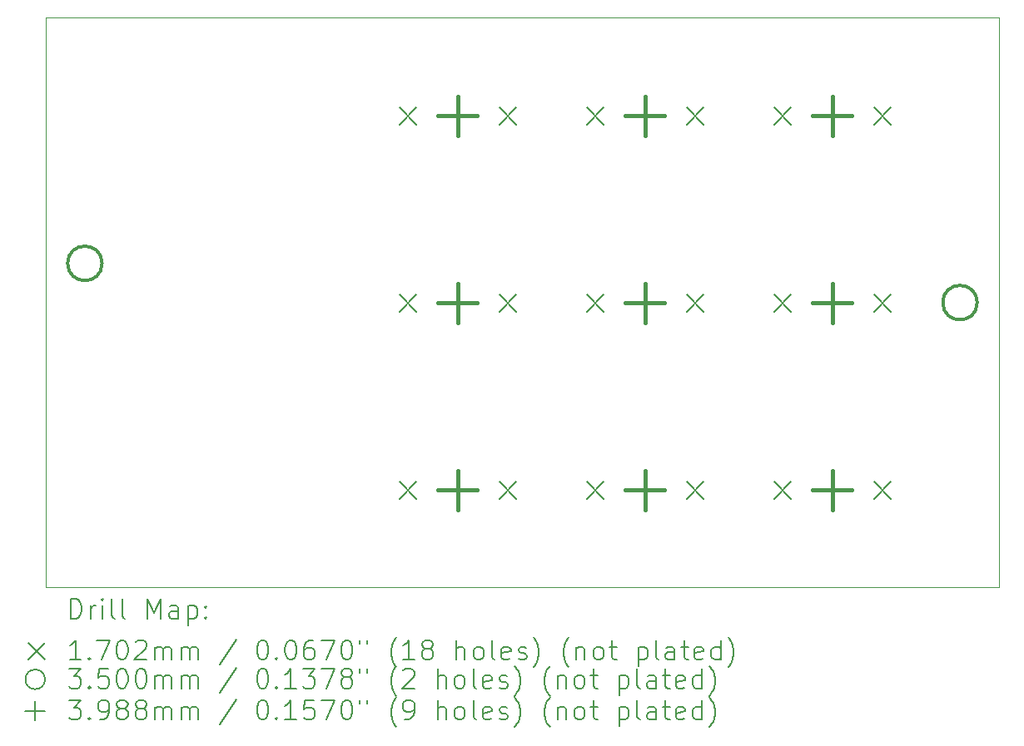
<source format=gbr>
%TF.GenerationSoftware,KiCad,Pcbnew,8.0.5+1*%
%TF.CreationDate,2024-10-20T23:15:56-06:00*%
%TF.ProjectId,Hackpad,4861636b-7061-4642-9e6b-696361645f70,rev?*%
%TF.SameCoordinates,Original*%
%TF.FileFunction,Drillmap*%
%TF.FilePolarity,Positive*%
%FSLAX45Y45*%
G04 Gerber Fmt 4.5, Leading zero omitted, Abs format (unit mm)*
G04 Created by KiCad (PCBNEW 8.0.5+1) date 2024-10-20 23:15:56*
%MOMM*%
%LPD*%
G01*
G04 APERTURE LIST*
%ADD10C,0.100000*%
%ADD11C,0.200000*%
%ADD12C,0.170180*%
%ADD13C,0.350000*%
%ADD14C,0.398780*%
G04 APERTURE END LIST*
D10*
X1600000Y-1500000D02*
X11300000Y-1500000D01*
X11300000Y-7300000D01*
X1600000Y-7300000D01*
X1600000Y-1500000D01*
D11*
D12*
X5196910Y-2414910D02*
X5367090Y-2585090D01*
X5367090Y-2414910D02*
X5196910Y-2585090D01*
X5196910Y-4319910D02*
X5367090Y-4490090D01*
X5367090Y-4319910D02*
X5196910Y-4490090D01*
X5196910Y-6224910D02*
X5367090Y-6395090D01*
X5367090Y-6224910D02*
X5196910Y-6395090D01*
X6212910Y-2414910D02*
X6383090Y-2585090D01*
X6383090Y-2414910D02*
X6212910Y-2585090D01*
X6212910Y-4319910D02*
X6383090Y-4490090D01*
X6383090Y-4319910D02*
X6212910Y-4490090D01*
X6212910Y-6224910D02*
X6383090Y-6395090D01*
X6383090Y-6224910D02*
X6212910Y-6395090D01*
X7101910Y-2414910D02*
X7272090Y-2585090D01*
X7272090Y-2414910D02*
X7101910Y-2585090D01*
X7101910Y-4319910D02*
X7272090Y-4490090D01*
X7272090Y-4319910D02*
X7101910Y-4490090D01*
X7101910Y-6224910D02*
X7272090Y-6395090D01*
X7272090Y-6224910D02*
X7101910Y-6395090D01*
X8117910Y-2414910D02*
X8288090Y-2585090D01*
X8288090Y-2414910D02*
X8117910Y-2585090D01*
X8117910Y-4319910D02*
X8288090Y-4490090D01*
X8288090Y-4319910D02*
X8117910Y-4490090D01*
X8117910Y-6224910D02*
X8288090Y-6395090D01*
X8288090Y-6224910D02*
X8117910Y-6395090D01*
X9006910Y-2414910D02*
X9177090Y-2585090D01*
X9177090Y-2414910D02*
X9006910Y-2585090D01*
X9006910Y-4319910D02*
X9177090Y-4490090D01*
X9177090Y-4319910D02*
X9006910Y-4490090D01*
X9006910Y-6224910D02*
X9177090Y-6395090D01*
X9177090Y-6224910D02*
X9006910Y-6395090D01*
X10022910Y-2414910D02*
X10193090Y-2585090D01*
X10193090Y-2414910D02*
X10022910Y-2585090D01*
X10022910Y-4319910D02*
X10193090Y-4490090D01*
X10193090Y-4319910D02*
X10022910Y-4490090D01*
X10022910Y-6224910D02*
X10193090Y-6395090D01*
X10193090Y-6224910D02*
X10022910Y-6395090D01*
D13*
X2175000Y-4000000D02*
G75*
G02*
X1825000Y-4000000I-175000J0D01*
G01*
X1825000Y-4000000D02*
G75*
G02*
X2175000Y-4000000I175000J0D01*
G01*
X11075000Y-4400000D02*
G75*
G02*
X10725000Y-4400000I-175000J0D01*
G01*
X10725000Y-4400000D02*
G75*
G02*
X11075000Y-4400000I175000J0D01*
G01*
D14*
X5790000Y-2300610D02*
X5790000Y-2699390D01*
X5590610Y-2500000D02*
X5989390Y-2500000D01*
X5790000Y-4205610D02*
X5790000Y-4604390D01*
X5590610Y-4405000D02*
X5989390Y-4405000D01*
X5790000Y-6110610D02*
X5790000Y-6509390D01*
X5590610Y-6310000D02*
X5989390Y-6310000D01*
X7695000Y-2300610D02*
X7695000Y-2699390D01*
X7495610Y-2500000D02*
X7894390Y-2500000D01*
X7695000Y-4205610D02*
X7695000Y-4604390D01*
X7495610Y-4405000D02*
X7894390Y-4405000D01*
X7695000Y-6110610D02*
X7695000Y-6509390D01*
X7495610Y-6310000D02*
X7894390Y-6310000D01*
X9600000Y-2300610D02*
X9600000Y-2699390D01*
X9400610Y-2500000D02*
X9799390Y-2500000D01*
X9600000Y-4205610D02*
X9600000Y-4604390D01*
X9400610Y-4405000D02*
X9799390Y-4405000D01*
X9600000Y-6110610D02*
X9600000Y-6509390D01*
X9400610Y-6310000D02*
X9799390Y-6310000D01*
D11*
X1855777Y-7616484D02*
X1855777Y-7416484D01*
X1855777Y-7416484D02*
X1903396Y-7416484D01*
X1903396Y-7416484D02*
X1931967Y-7426008D01*
X1931967Y-7426008D02*
X1951015Y-7445055D01*
X1951015Y-7445055D02*
X1960539Y-7464103D01*
X1960539Y-7464103D02*
X1970062Y-7502198D01*
X1970062Y-7502198D02*
X1970062Y-7530769D01*
X1970062Y-7530769D02*
X1960539Y-7568865D01*
X1960539Y-7568865D02*
X1951015Y-7587912D01*
X1951015Y-7587912D02*
X1931967Y-7606960D01*
X1931967Y-7606960D02*
X1903396Y-7616484D01*
X1903396Y-7616484D02*
X1855777Y-7616484D01*
X2055777Y-7616484D02*
X2055777Y-7483150D01*
X2055777Y-7521246D02*
X2065301Y-7502198D01*
X2065301Y-7502198D02*
X2074824Y-7492674D01*
X2074824Y-7492674D02*
X2093872Y-7483150D01*
X2093872Y-7483150D02*
X2112920Y-7483150D01*
X2179586Y-7616484D02*
X2179586Y-7483150D01*
X2179586Y-7416484D02*
X2170063Y-7426008D01*
X2170063Y-7426008D02*
X2179586Y-7435531D01*
X2179586Y-7435531D02*
X2189110Y-7426008D01*
X2189110Y-7426008D02*
X2179586Y-7416484D01*
X2179586Y-7416484D02*
X2179586Y-7435531D01*
X2303396Y-7616484D02*
X2284348Y-7606960D01*
X2284348Y-7606960D02*
X2274824Y-7587912D01*
X2274824Y-7587912D02*
X2274824Y-7416484D01*
X2408158Y-7616484D02*
X2389110Y-7606960D01*
X2389110Y-7606960D02*
X2379586Y-7587912D01*
X2379586Y-7587912D02*
X2379586Y-7416484D01*
X2636729Y-7616484D02*
X2636729Y-7416484D01*
X2636729Y-7416484D02*
X2703396Y-7559341D01*
X2703396Y-7559341D02*
X2770063Y-7416484D01*
X2770063Y-7416484D02*
X2770063Y-7616484D01*
X2951015Y-7616484D02*
X2951015Y-7511722D01*
X2951015Y-7511722D02*
X2941491Y-7492674D01*
X2941491Y-7492674D02*
X2922443Y-7483150D01*
X2922443Y-7483150D02*
X2884348Y-7483150D01*
X2884348Y-7483150D02*
X2865301Y-7492674D01*
X2951015Y-7606960D02*
X2931967Y-7616484D01*
X2931967Y-7616484D02*
X2884348Y-7616484D01*
X2884348Y-7616484D02*
X2865301Y-7606960D01*
X2865301Y-7606960D02*
X2855777Y-7587912D01*
X2855777Y-7587912D02*
X2855777Y-7568865D01*
X2855777Y-7568865D02*
X2865301Y-7549817D01*
X2865301Y-7549817D02*
X2884348Y-7540293D01*
X2884348Y-7540293D02*
X2931967Y-7540293D01*
X2931967Y-7540293D02*
X2951015Y-7530769D01*
X3046253Y-7483150D02*
X3046253Y-7683150D01*
X3046253Y-7492674D02*
X3065301Y-7483150D01*
X3065301Y-7483150D02*
X3103396Y-7483150D01*
X3103396Y-7483150D02*
X3122443Y-7492674D01*
X3122443Y-7492674D02*
X3131967Y-7502198D01*
X3131967Y-7502198D02*
X3141491Y-7521246D01*
X3141491Y-7521246D02*
X3141491Y-7578388D01*
X3141491Y-7578388D02*
X3131967Y-7597436D01*
X3131967Y-7597436D02*
X3122443Y-7606960D01*
X3122443Y-7606960D02*
X3103396Y-7616484D01*
X3103396Y-7616484D02*
X3065301Y-7616484D01*
X3065301Y-7616484D02*
X3046253Y-7606960D01*
X3227205Y-7597436D02*
X3236729Y-7606960D01*
X3236729Y-7606960D02*
X3227205Y-7616484D01*
X3227205Y-7616484D02*
X3217682Y-7606960D01*
X3217682Y-7606960D02*
X3227205Y-7597436D01*
X3227205Y-7597436D02*
X3227205Y-7616484D01*
X3227205Y-7492674D02*
X3236729Y-7502198D01*
X3236729Y-7502198D02*
X3227205Y-7511722D01*
X3227205Y-7511722D02*
X3217682Y-7502198D01*
X3217682Y-7502198D02*
X3227205Y-7492674D01*
X3227205Y-7492674D02*
X3227205Y-7511722D01*
D12*
X1424820Y-7859910D02*
X1595000Y-8030090D01*
X1595000Y-7859910D02*
X1424820Y-8030090D01*
D11*
X1960539Y-8036484D02*
X1846253Y-8036484D01*
X1903396Y-8036484D02*
X1903396Y-7836484D01*
X1903396Y-7836484D02*
X1884348Y-7865055D01*
X1884348Y-7865055D02*
X1865301Y-7884103D01*
X1865301Y-7884103D02*
X1846253Y-7893627D01*
X2046253Y-8017436D02*
X2055777Y-8026960D01*
X2055777Y-8026960D02*
X2046253Y-8036484D01*
X2046253Y-8036484D02*
X2036729Y-8026960D01*
X2036729Y-8026960D02*
X2046253Y-8017436D01*
X2046253Y-8017436D02*
X2046253Y-8036484D01*
X2122444Y-7836484D02*
X2255777Y-7836484D01*
X2255777Y-7836484D02*
X2170063Y-8036484D01*
X2370063Y-7836484D02*
X2389110Y-7836484D01*
X2389110Y-7836484D02*
X2408158Y-7846008D01*
X2408158Y-7846008D02*
X2417682Y-7855531D01*
X2417682Y-7855531D02*
X2427205Y-7874579D01*
X2427205Y-7874579D02*
X2436729Y-7912674D01*
X2436729Y-7912674D02*
X2436729Y-7960293D01*
X2436729Y-7960293D02*
X2427205Y-7998388D01*
X2427205Y-7998388D02*
X2417682Y-8017436D01*
X2417682Y-8017436D02*
X2408158Y-8026960D01*
X2408158Y-8026960D02*
X2389110Y-8036484D01*
X2389110Y-8036484D02*
X2370063Y-8036484D01*
X2370063Y-8036484D02*
X2351015Y-8026960D01*
X2351015Y-8026960D02*
X2341491Y-8017436D01*
X2341491Y-8017436D02*
X2331967Y-7998388D01*
X2331967Y-7998388D02*
X2322444Y-7960293D01*
X2322444Y-7960293D02*
X2322444Y-7912674D01*
X2322444Y-7912674D02*
X2331967Y-7874579D01*
X2331967Y-7874579D02*
X2341491Y-7855531D01*
X2341491Y-7855531D02*
X2351015Y-7846008D01*
X2351015Y-7846008D02*
X2370063Y-7836484D01*
X2512920Y-7855531D02*
X2522444Y-7846008D01*
X2522444Y-7846008D02*
X2541491Y-7836484D01*
X2541491Y-7836484D02*
X2589110Y-7836484D01*
X2589110Y-7836484D02*
X2608158Y-7846008D01*
X2608158Y-7846008D02*
X2617682Y-7855531D01*
X2617682Y-7855531D02*
X2627205Y-7874579D01*
X2627205Y-7874579D02*
X2627205Y-7893627D01*
X2627205Y-7893627D02*
X2617682Y-7922198D01*
X2617682Y-7922198D02*
X2503396Y-8036484D01*
X2503396Y-8036484D02*
X2627205Y-8036484D01*
X2712920Y-8036484D02*
X2712920Y-7903150D01*
X2712920Y-7922198D02*
X2722444Y-7912674D01*
X2722444Y-7912674D02*
X2741491Y-7903150D01*
X2741491Y-7903150D02*
X2770063Y-7903150D01*
X2770063Y-7903150D02*
X2789110Y-7912674D01*
X2789110Y-7912674D02*
X2798634Y-7931722D01*
X2798634Y-7931722D02*
X2798634Y-8036484D01*
X2798634Y-7931722D02*
X2808158Y-7912674D01*
X2808158Y-7912674D02*
X2827205Y-7903150D01*
X2827205Y-7903150D02*
X2855777Y-7903150D01*
X2855777Y-7903150D02*
X2874824Y-7912674D01*
X2874824Y-7912674D02*
X2884348Y-7931722D01*
X2884348Y-7931722D02*
X2884348Y-8036484D01*
X2979586Y-8036484D02*
X2979586Y-7903150D01*
X2979586Y-7922198D02*
X2989110Y-7912674D01*
X2989110Y-7912674D02*
X3008158Y-7903150D01*
X3008158Y-7903150D02*
X3036729Y-7903150D01*
X3036729Y-7903150D02*
X3055777Y-7912674D01*
X3055777Y-7912674D02*
X3065301Y-7931722D01*
X3065301Y-7931722D02*
X3065301Y-8036484D01*
X3065301Y-7931722D02*
X3074824Y-7912674D01*
X3074824Y-7912674D02*
X3093872Y-7903150D01*
X3093872Y-7903150D02*
X3122443Y-7903150D01*
X3122443Y-7903150D02*
X3141491Y-7912674D01*
X3141491Y-7912674D02*
X3151015Y-7931722D01*
X3151015Y-7931722D02*
X3151015Y-8036484D01*
X3541491Y-7826960D02*
X3370063Y-8084103D01*
X3798634Y-7836484D02*
X3817682Y-7836484D01*
X3817682Y-7836484D02*
X3836729Y-7846008D01*
X3836729Y-7846008D02*
X3846253Y-7855531D01*
X3846253Y-7855531D02*
X3855777Y-7874579D01*
X3855777Y-7874579D02*
X3865301Y-7912674D01*
X3865301Y-7912674D02*
X3865301Y-7960293D01*
X3865301Y-7960293D02*
X3855777Y-7998388D01*
X3855777Y-7998388D02*
X3846253Y-8017436D01*
X3846253Y-8017436D02*
X3836729Y-8026960D01*
X3836729Y-8026960D02*
X3817682Y-8036484D01*
X3817682Y-8036484D02*
X3798634Y-8036484D01*
X3798634Y-8036484D02*
X3779586Y-8026960D01*
X3779586Y-8026960D02*
X3770063Y-8017436D01*
X3770063Y-8017436D02*
X3760539Y-7998388D01*
X3760539Y-7998388D02*
X3751015Y-7960293D01*
X3751015Y-7960293D02*
X3751015Y-7912674D01*
X3751015Y-7912674D02*
X3760539Y-7874579D01*
X3760539Y-7874579D02*
X3770063Y-7855531D01*
X3770063Y-7855531D02*
X3779586Y-7846008D01*
X3779586Y-7846008D02*
X3798634Y-7836484D01*
X3951015Y-8017436D02*
X3960539Y-8026960D01*
X3960539Y-8026960D02*
X3951015Y-8036484D01*
X3951015Y-8036484D02*
X3941491Y-8026960D01*
X3941491Y-8026960D02*
X3951015Y-8017436D01*
X3951015Y-8017436D02*
X3951015Y-8036484D01*
X4084348Y-7836484D02*
X4103396Y-7836484D01*
X4103396Y-7836484D02*
X4122444Y-7846008D01*
X4122444Y-7846008D02*
X4131967Y-7855531D01*
X4131967Y-7855531D02*
X4141491Y-7874579D01*
X4141491Y-7874579D02*
X4151015Y-7912674D01*
X4151015Y-7912674D02*
X4151015Y-7960293D01*
X4151015Y-7960293D02*
X4141491Y-7998388D01*
X4141491Y-7998388D02*
X4131967Y-8017436D01*
X4131967Y-8017436D02*
X4122444Y-8026960D01*
X4122444Y-8026960D02*
X4103396Y-8036484D01*
X4103396Y-8036484D02*
X4084348Y-8036484D01*
X4084348Y-8036484D02*
X4065301Y-8026960D01*
X4065301Y-8026960D02*
X4055777Y-8017436D01*
X4055777Y-8017436D02*
X4046253Y-7998388D01*
X4046253Y-7998388D02*
X4036729Y-7960293D01*
X4036729Y-7960293D02*
X4036729Y-7912674D01*
X4036729Y-7912674D02*
X4046253Y-7874579D01*
X4046253Y-7874579D02*
X4055777Y-7855531D01*
X4055777Y-7855531D02*
X4065301Y-7846008D01*
X4065301Y-7846008D02*
X4084348Y-7836484D01*
X4322444Y-7836484D02*
X4284348Y-7836484D01*
X4284348Y-7836484D02*
X4265301Y-7846008D01*
X4265301Y-7846008D02*
X4255777Y-7855531D01*
X4255777Y-7855531D02*
X4236729Y-7884103D01*
X4236729Y-7884103D02*
X4227206Y-7922198D01*
X4227206Y-7922198D02*
X4227206Y-7998388D01*
X4227206Y-7998388D02*
X4236729Y-8017436D01*
X4236729Y-8017436D02*
X4246253Y-8026960D01*
X4246253Y-8026960D02*
X4265301Y-8036484D01*
X4265301Y-8036484D02*
X4303396Y-8036484D01*
X4303396Y-8036484D02*
X4322444Y-8026960D01*
X4322444Y-8026960D02*
X4331968Y-8017436D01*
X4331968Y-8017436D02*
X4341491Y-7998388D01*
X4341491Y-7998388D02*
X4341491Y-7950769D01*
X4341491Y-7950769D02*
X4331968Y-7931722D01*
X4331968Y-7931722D02*
X4322444Y-7922198D01*
X4322444Y-7922198D02*
X4303396Y-7912674D01*
X4303396Y-7912674D02*
X4265301Y-7912674D01*
X4265301Y-7912674D02*
X4246253Y-7922198D01*
X4246253Y-7922198D02*
X4236729Y-7931722D01*
X4236729Y-7931722D02*
X4227206Y-7950769D01*
X4408158Y-7836484D02*
X4541491Y-7836484D01*
X4541491Y-7836484D02*
X4455777Y-8036484D01*
X4655777Y-7836484D02*
X4674825Y-7836484D01*
X4674825Y-7836484D02*
X4693872Y-7846008D01*
X4693872Y-7846008D02*
X4703396Y-7855531D01*
X4703396Y-7855531D02*
X4712920Y-7874579D01*
X4712920Y-7874579D02*
X4722444Y-7912674D01*
X4722444Y-7912674D02*
X4722444Y-7960293D01*
X4722444Y-7960293D02*
X4712920Y-7998388D01*
X4712920Y-7998388D02*
X4703396Y-8017436D01*
X4703396Y-8017436D02*
X4693872Y-8026960D01*
X4693872Y-8026960D02*
X4674825Y-8036484D01*
X4674825Y-8036484D02*
X4655777Y-8036484D01*
X4655777Y-8036484D02*
X4636729Y-8026960D01*
X4636729Y-8026960D02*
X4627206Y-8017436D01*
X4627206Y-8017436D02*
X4617682Y-7998388D01*
X4617682Y-7998388D02*
X4608158Y-7960293D01*
X4608158Y-7960293D02*
X4608158Y-7912674D01*
X4608158Y-7912674D02*
X4617682Y-7874579D01*
X4617682Y-7874579D02*
X4627206Y-7855531D01*
X4627206Y-7855531D02*
X4636729Y-7846008D01*
X4636729Y-7846008D02*
X4655777Y-7836484D01*
X4798634Y-7836484D02*
X4798634Y-7874579D01*
X4874825Y-7836484D02*
X4874825Y-7874579D01*
X5170063Y-8112674D02*
X5160539Y-8103150D01*
X5160539Y-8103150D02*
X5141491Y-8074579D01*
X5141491Y-8074579D02*
X5131968Y-8055531D01*
X5131968Y-8055531D02*
X5122444Y-8026960D01*
X5122444Y-8026960D02*
X5112920Y-7979341D01*
X5112920Y-7979341D02*
X5112920Y-7941246D01*
X5112920Y-7941246D02*
X5122444Y-7893627D01*
X5122444Y-7893627D02*
X5131968Y-7865055D01*
X5131968Y-7865055D02*
X5141491Y-7846008D01*
X5141491Y-7846008D02*
X5160539Y-7817436D01*
X5160539Y-7817436D02*
X5170063Y-7807912D01*
X5351015Y-8036484D02*
X5236730Y-8036484D01*
X5293872Y-8036484D02*
X5293872Y-7836484D01*
X5293872Y-7836484D02*
X5274825Y-7865055D01*
X5274825Y-7865055D02*
X5255777Y-7884103D01*
X5255777Y-7884103D02*
X5236730Y-7893627D01*
X5465301Y-7922198D02*
X5446253Y-7912674D01*
X5446253Y-7912674D02*
X5436730Y-7903150D01*
X5436730Y-7903150D02*
X5427206Y-7884103D01*
X5427206Y-7884103D02*
X5427206Y-7874579D01*
X5427206Y-7874579D02*
X5436730Y-7855531D01*
X5436730Y-7855531D02*
X5446253Y-7846008D01*
X5446253Y-7846008D02*
X5465301Y-7836484D01*
X5465301Y-7836484D02*
X5503396Y-7836484D01*
X5503396Y-7836484D02*
X5522444Y-7846008D01*
X5522444Y-7846008D02*
X5531968Y-7855531D01*
X5531968Y-7855531D02*
X5541491Y-7874579D01*
X5541491Y-7874579D02*
X5541491Y-7884103D01*
X5541491Y-7884103D02*
X5531968Y-7903150D01*
X5531968Y-7903150D02*
X5522444Y-7912674D01*
X5522444Y-7912674D02*
X5503396Y-7922198D01*
X5503396Y-7922198D02*
X5465301Y-7922198D01*
X5465301Y-7922198D02*
X5446253Y-7931722D01*
X5446253Y-7931722D02*
X5436730Y-7941246D01*
X5436730Y-7941246D02*
X5427206Y-7960293D01*
X5427206Y-7960293D02*
X5427206Y-7998388D01*
X5427206Y-7998388D02*
X5436730Y-8017436D01*
X5436730Y-8017436D02*
X5446253Y-8026960D01*
X5446253Y-8026960D02*
X5465301Y-8036484D01*
X5465301Y-8036484D02*
X5503396Y-8036484D01*
X5503396Y-8036484D02*
X5522444Y-8026960D01*
X5522444Y-8026960D02*
X5531968Y-8017436D01*
X5531968Y-8017436D02*
X5541491Y-7998388D01*
X5541491Y-7998388D02*
X5541491Y-7960293D01*
X5541491Y-7960293D02*
X5531968Y-7941246D01*
X5531968Y-7941246D02*
X5522444Y-7931722D01*
X5522444Y-7931722D02*
X5503396Y-7922198D01*
X5779587Y-8036484D02*
X5779587Y-7836484D01*
X5865301Y-8036484D02*
X5865301Y-7931722D01*
X5865301Y-7931722D02*
X5855777Y-7912674D01*
X5855777Y-7912674D02*
X5836730Y-7903150D01*
X5836730Y-7903150D02*
X5808158Y-7903150D01*
X5808158Y-7903150D02*
X5789110Y-7912674D01*
X5789110Y-7912674D02*
X5779587Y-7922198D01*
X5989110Y-8036484D02*
X5970063Y-8026960D01*
X5970063Y-8026960D02*
X5960539Y-8017436D01*
X5960539Y-8017436D02*
X5951015Y-7998388D01*
X5951015Y-7998388D02*
X5951015Y-7941246D01*
X5951015Y-7941246D02*
X5960539Y-7922198D01*
X5960539Y-7922198D02*
X5970063Y-7912674D01*
X5970063Y-7912674D02*
X5989110Y-7903150D01*
X5989110Y-7903150D02*
X6017682Y-7903150D01*
X6017682Y-7903150D02*
X6036730Y-7912674D01*
X6036730Y-7912674D02*
X6046253Y-7922198D01*
X6046253Y-7922198D02*
X6055777Y-7941246D01*
X6055777Y-7941246D02*
X6055777Y-7998388D01*
X6055777Y-7998388D02*
X6046253Y-8017436D01*
X6046253Y-8017436D02*
X6036730Y-8026960D01*
X6036730Y-8026960D02*
X6017682Y-8036484D01*
X6017682Y-8036484D02*
X5989110Y-8036484D01*
X6170063Y-8036484D02*
X6151015Y-8026960D01*
X6151015Y-8026960D02*
X6141491Y-8007912D01*
X6141491Y-8007912D02*
X6141491Y-7836484D01*
X6322444Y-8026960D02*
X6303396Y-8036484D01*
X6303396Y-8036484D02*
X6265301Y-8036484D01*
X6265301Y-8036484D02*
X6246253Y-8026960D01*
X6246253Y-8026960D02*
X6236730Y-8007912D01*
X6236730Y-8007912D02*
X6236730Y-7931722D01*
X6236730Y-7931722D02*
X6246253Y-7912674D01*
X6246253Y-7912674D02*
X6265301Y-7903150D01*
X6265301Y-7903150D02*
X6303396Y-7903150D01*
X6303396Y-7903150D02*
X6322444Y-7912674D01*
X6322444Y-7912674D02*
X6331968Y-7931722D01*
X6331968Y-7931722D02*
X6331968Y-7950769D01*
X6331968Y-7950769D02*
X6236730Y-7969817D01*
X6408158Y-8026960D02*
X6427206Y-8036484D01*
X6427206Y-8036484D02*
X6465301Y-8036484D01*
X6465301Y-8036484D02*
X6484349Y-8026960D01*
X6484349Y-8026960D02*
X6493872Y-8007912D01*
X6493872Y-8007912D02*
X6493872Y-7998388D01*
X6493872Y-7998388D02*
X6484349Y-7979341D01*
X6484349Y-7979341D02*
X6465301Y-7969817D01*
X6465301Y-7969817D02*
X6436730Y-7969817D01*
X6436730Y-7969817D02*
X6417682Y-7960293D01*
X6417682Y-7960293D02*
X6408158Y-7941246D01*
X6408158Y-7941246D02*
X6408158Y-7931722D01*
X6408158Y-7931722D02*
X6417682Y-7912674D01*
X6417682Y-7912674D02*
X6436730Y-7903150D01*
X6436730Y-7903150D02*
X6465301Y-7903150D01*
X6465301Y-7903150D02*
X6484349Y-7912674D01*
X6560539Y-8112674D02*
X6570063Y-8103150D01*
X6570063Y-8103150D02*
X6589111Y-8074579D01*
X6589111Y-8074579D02*
X6598634Y-8055531D01*
X6598634Y-8055531D02*
X6608158Y-8026960D01*
X6608158Y-8026960D02*
X6617682Y-7979341D01*
X6617682Y-7979341D02*
X6617682Y-7941246D01*
X6617682Y-7941246D02*
X6608158Y-7893627D01*
X6608158Y-7893627D02*
X6598634Y-7865055D01*
X6598634Y-7865055D02*
X6589111Y-7846008D01*
X6589111Y-7846008D02*
X6570063Y-7817436D01*
X6570063Y-7817436D02*
X6560539Y-7807912D01*
X6922444Y-8112674D02*
X6912920Y-8103150D01*
X6912920Y-8103150D02*
X6893872Y-8074579D01*
X6893872Y-8074579D02*
X6884349Y-8055531D01*
X6884349Y-8055531D02*
X6874825Y-8026960D01*
X6874825Y-8026960D02*
X6865301Y-7979341D01*
X6865301Y-7979341D02*
X6865301Y-7941246D01*
X6865301Y-7941246D02*
X6874825Y-7893627D01*
X6874825Y-7893627D02*
X6884349Y-7865055D01*
X6884349Y-7865055D02*
X6893872Y-7846008D01*
X6893872Y-7846008D02*
X6912920Y-7817436D01*
X6912920Y-7817436D02*
X6922444Y-7807912D01*
X6998634Y-7903150D02*
X6998634Y-8036484D01*
X6998634Y-7922198D02*
X7008158Y-7912674D01*
X7008158Y-7912674D02*
X7027206Y-7903150D01*
X7027206Y-7903150D02*
X7055777Y-7903150D01*
X7055777Y-7903150D02*
X7074825Y-7912674D01*
X7074825Y-7912674D02*
X7084349Y-7931722D01*
X7084349Y-7931722D02*
X7084349Y-8036484D01*
X7208158Y-8036484D02*
X7189111Y-8026960D01*
X7189111Y-8026960D02*
X7179587Y-8017436D01*
X7179587Y-8017436D02*
X7170063Y-7998388D01*
X7170063Y-7998388D02*
X7170063Y-7941246D01*
X7170063Y-7941246D02*
X7179587Y-7922198D01*
X7179587Y-7922198D02*
X7189111Y-7912674D01*
X7189111Y-7912674D02*
X7208158Y-7903150D01*
X7208158Y-7903150D02*
X7236730Y-7903150D01*
X7236730Y-7903150D02*
X7255777Y-7912674D01*
X7255777Y-7912674D02*
X7265301Y-7922198D01*
X7265301Y-7922198D02*
X7274825Y-7941246D01*
X7274825Y-7941246D02*
X7274825Y-7998388D01*
X7274825Y-7998388D02*
X7265301Y-8017436D01*
X7265301Y-8017436D02*
X7255777Y-8026960D01*
X7255777Y-8026960D02*
X7236730Y-8036484D01*
X7236730Y-8036484D02*
X7208158Y-8036484D01*
X7331968Y-7903150D02*
X7408158Y-7903150D01*
X7360539Y-7836484D02*
X7360539Y-8007912D01*
X7360539Y-8007912D02*
X7370063Y-8026960D01*
X7370063Y-8026960D02*
X7389111Y-8036484D01*
X7389111Y-8036484D02*
X7408158Y-8036484D01*
X7627206Y-7903150D02*
X7627206Y-8103150D01*
X7627206Y-7912674D02*
X7646253Y-7903150D01*
X7646253Y-7903150D02*
X7684349Y-7903150D01*
X7684349Y-7903150D02*
X7703396Y-7912674D01*
X7703396Y-7912674D02*
X7712920Y-7922198D01*
X7712920Y-7922198D02*
X7722444Y-7941246D01*
X7722444Y-7941246D02*
X7722444Y-7998388D01*
X7722444Y-7998388D02*
X7712920Y-8017436D01*
X7712920Y-8017436D02*
X7703396Y-8026960D01*
X7703396Y-8026960D02*
X7684349Y-8036484D01*
X7684349Y-8036484D02*
X7646253Y-8036484D01*
X7646253Y-8036484D02*
X7627206Y-8026960D01*
X7836730Y-8036484D02*
X7817682Y-8026960D01*
X7817682Y-8026960D02*
X7808158Y-8007912D01*
X7808158Y-8007912D02*
X7808158Y-7836484D01*
X7998634Y-8036484D02*
X7998634Y-7931722D01*
X7998634Y-7931722D02*
X7989111Y-7912674D01*
X7989111Y-7912674D02*
X7970063Y-7903150D01*
X7970063Y-7903150D02*
X7931968Y-7903150D01*
X7931968Y-7903150D02*
X7912920Y-7912674D01*
X7998634Y-8026960D02*
X7979587Y-8036484D01*
X7979587Y-8036484D02*
X7931968Y-8036484D01*
X7931968Y-8036484D02*
X7912920Y-8026960D01*
X7912920Y-8026960D02*
X7903396Y-8007912D01*
X7903396Y-8007912D02*
X7903396Y-7988865D01*
X7903396Y-7988865D02*
X7912920Y-7969817D01*
X7912920Y-7969817D02*
X7931968Y-7960293D01*
X7931968Y-7960293D02*
X7979587Y-7960293D01*
X7979587Y-7960293D02*
X7998634Y-7950769D01*
X8065301Y-7903150D02*
X8141492Y-7903150D01*
X8093873Y-7836484D02*
X8093873Y-8007912D01*
X8093873Y-8007912D02*
X8103396Y-8026960D01*
X8103396Y-8026960D02*
X8122444Y-8036484D01*
X8122444Y-8036484D02*
X8141492Y-8036484D01*
X8284349Y-8026960D02*
X8265301Y-8036484D01*
X8265301Y-8036484D02*
X8227206Y-8036484D01*
X8227206Y-8036484D02*
X8208158Y-8026960D01*
X8208158Y-8026960D02*
X8198634Y-8007912D01*
X8198634Y-8007912D02*
X8198634Y-7931722D01*
X8198634Y-7931722D02*
X8208158Y-7912674D01*
X8208158Y-7912674D02*
X8227206Y-7903150D01*
X8227206Y-7903150D02*
X8265301Y-7903150D01*
X8265301Y-7903150D02*
X8284349Y-7912674D01*
X8284349Y-7912674D02*
X8293873Y-7931722D01*
X8293873Y-7931722D02*
X8293873Y-7950769D01*
X8293873Y-7950769D02*
X8198634Y-7969817D01*
X8465301Y-8036484D02*
X8465301Y-7836484D01*
X8465301Y-8026960D02*
X8446254Y-8036484D01*
X8446254Y-8036484D02*
X8408158Y-8036484D01*
X8408158Y-8036484D02*
X8389111Y-8026960D01*
X8389111Y-8026960D02*
X8379587Y-8017436D01*
X8379587Y-8017436D02*
X8370063Y-7998388D01*
X8370063Y-7998388D02*
X8370063Y-7941246D01*
X8370063Y-7941246D02*
X8379587Y-7922198D01*
X8379587Y-7922198D02*
X8389111Y-7912674D01*
X8389111Y-7912674D02*
X8408158Y-7903150D01*
X8408158Y-7903150D02*
X8446254Y-7903150D01*
X8446254Y-7903150D02*
X8465301Y-7912674D01*
X8541492Y-8112674D02*
X8551016Y-8103150D01*
X8551016Y-8103150D02*
X8570063Y-8074579D01*
X8570063Y-8074579D02*
X8579587Y-8055531D01*
X8579587Y-8055531D02*
X8589111Y-8026960D01*
X8589111Y-8026960D02*
X8598635Y-7979341D01*
X8598635Y-7979341D02*
X8598635Y-7941246D01*
X8598635Y-7941246D02*
X8589111Y-7893627D01*
X8589111Y-7893627D02*
X8579587Y-7865055D01*
X8579587Y-7865055D02*
X8570063Y-7846008D01*
X8570063Y-7846008D02*
X8551016Y-7817436D01*
X8551016Y-7817436D02*
X8541492Y-7807912D01*
X1595000Y-8235180D02*
G75*
G02*
X1395000Y-8235180I-100000J0D01*
G01*
X1395000Y-8235180D02*
G75*
G02*
X1595000Y-8235180I100000J0D01*
G01*
X1836729Y-8126664D02*
X1960539Y-8126664D01*
X1960539Y-8126664D02*
X1893872Y-8202854D01*
X1893872Y-8202854D02*
X1922443Y-8202854D01*
X1922443Y-8202854D02*
X1941491Y-8212378D01*
X1941491Y-8212378D02*
X1951015Y-8221902D01*
X1951015Y-8221902D02*
X1960539Y-8240949D01*
X1960539Y-8240949D02*
X1960539Y-8288568D01*
X1960539Y-8288568D02*
X1951015Y-8307616D01*
X1951015Y-8307616D02*
X1941491Y-8317140D01*
X1941491Y-8317140D02*
X1922443Y-8326664D01*
X1922443Y-8326664D02*
X1865301Y-8326664D01*
X1865301Y-8326664D02*
X1846253Y-8317140D01*
X1846253Y-8317140D02*
X1836729Y-8307616D01*
X2046253Y-8307616D02*
X2055777Y-8317140D01*
X2055777Y-8317140D02*
X2046253Y-8326664D01*
X2046253Y-8326664D02*
X2036729Y-8317140D01*
X2036729Y-8317140D02*
X2046253Y-8307616D01*
X2046253Y-8307616D02*
X2046253Y-8326664D01*
X2236729Y-8126664D02*
X2141491Y-8126664D01*
X2141491Y-8126664D02*
X2131967Y-8221902D01*
X2131967Y-8221902D02*
X2141491Y-8212378D01*
X2141491Y-8212378D02*
X2160539Y-8202854D01*
X2160539Y-8202854D02*
X2208158Y-8202854D01*
X2208158Y-8202854D02*
X2227205Y-8212378D01*
X2227205Y-8212378D02*
X2236729Y-8221902D01*
X2236729Y-8221902D02*
X2246253Y-8240949D01*
X2246253Y-8240949D02*
X2246253Y-8288568D01*
X2246253Y-8288568D02*
X2236729Y-8307616D01*
X2236729Y-8307616D02*
X2227205Y-8317140D01*
X2227205Y-8317140D02*
X2208158Y-8326664D01*
X2208158Y-8326664D02*
X2160539Y-8326664D01*
X2160539Y-8326664D02*
X2141491Y-8317140D01*
X2141491Y-8317140D02*
X2131967Y-8307616D01*
X2370063Y-8126664D02*
X2389110Y-8126664D01*
X2389110Y-8126664D02*
X2408158Y-8136188D01*
X2408158Y-8136188D02*
X2417682Y-8145711D01*
X2417682Y-8145711D02*
X2427205Y-8164759D01*
X2427205Y-8164759D02*
X2436729Y-8202854D01*
X2436729Y-8202854D02*
X2436729Y-8250473D01*
X2436729Y-8250473D02*
X2427205Y-8288568D01*
X2427205Y-8288568D02*
X2417682Y-8307616D01*
X2417682Y-8307616D02*
X2408158Y-8317140D01*
X2408158Y-8317140D02*
X2389110Y-8326664D01*
X2389110Y-8326664D02*
X2370063Y-8326664D01*
X2370063Y-8326664D02*
X2351015Y-8317140D01*
X2351015Y-8317140D02*
X2341491Y-8307616D01*
X2341491Y-8307616D02*
X2331967Y-8288568D01*
X2331967Y-8288568D02*
X2322444Y-8250473D01*
X2322444Y-8250473D02*
X2322444Y-8202854D01*
X2322444Y-8202854D02*
X2331967Y-8164759D01*
X2331967Y-8164759D02*
X2341491Y-8145711D01*
X2341491Y-8145711D02*
X2351015Y-8136188D01*
X2351015Y-8136188D02*
X2370063Y-8126664D01*
X2560539Y-8126664D02*
X2579586Y-8126664D01*
X2579586Y-8126664D02*
X2598634Y-8136188D01*
X2598634Y-8136188D02*
X2608158Y-8145711D01*
X2608158Y-8145711D02*
X2617682Y-8164759D01*
X2617682Y-8164759D02*
X2627205Y-8202854D01*
X2627205Y-8202854D02*
X2627205Y-8250473D01*
X2627205Y-8250473D02*
X2617682Y-8288568D01*
X2617682Y-8288568D02*
X2608158Y-8307616D01*
X2608158Y-8307616D02*
X2598634Y-8317140D01*
X2598634Y-8317140D02*
X2579586Y-8326664D01*
X2579586Y-8326664D02*
X2560539Y-8326664D01*
X2560539Y-8326664D02*
X2541491Y-8317140D01*
X2541491Y-8317140D02*
X2531967Y-8307616D01*
X2531967Y-8307616D02*
X2522444Y-8288568D01*
X2522444Y-8288568D02*
X2512920Y-8250473D01*
X2512920Y-8250473D02*
X2512920Y-8202854D01*
X2512920Y-8202854D02*
X2522444Y-8164759D01*
X2522444Y-8164759D02*
X2531967Y-8145711D01*
X2531967Y-8145711D02*
X2541491Y-8136188D01*
X2541491Y-8136188D02*
X2560539Y-8126664D01*
X2712920Y-8326664D02*
X2712920Y-8193330D01*
X2712920Y-8212378D02*
X2722444Y-8202854D01*
X2722444Y-8202854D02*
X2741491Y-8193330D01*
X2741491Y-8193330D02*
X2770063Y-8193330D01*
X2770063Y-8193330D02*
X2789110Y-8202854D01*
X2789110Y-8202854D02*
X2798634Y-8221902D01*
X2798634Y-8221902D02*
X2798634Y-8326664D01*
X2798634Y-8221902D02*
X2808158Y-8202854D01*
X2808158Y-8202854D02*
X2827205Y-8193330D01*
X2827205Y-8193330D02*
X2855777Y-8193330D01*
X2855777Y-8193330D02*
X2874824Y-8202854D01*
X2874824Y-8202854D02*
X2884348Y-8221902D01*
X2884348Y-8221902D02*
X2884348Y-8326664D01*
X2979586Y-8326664D02*
X2979586Y-8193330D01*
X2979586Y-8212378D02*
X2989110Y-8202854D01*
X2989110Y-8202854D02*
X3008158Y-8193330D01*
X3008158Y-8193330D02*
X3036729Y-8193330D01*
X3036729Y-8193330D02*
X3055777Y-8202854D01*
X3055777Y-8202854D02*
X3065301Y-8221902D01*
X3065301Y-8221902D02*
X3065301Y-8326664D01*
X3065301Y-8221902D02*
X3074824Y-8202854D01*
X3074824Y-8202854D02*
X3093872Y-8193330D01*
X3093872Y-8193330D02*
X3122443Y-8193330D01*
X3122443Y-8193330D02*
X3141491Y-8202854D01*
X3141491Y-8202854D02*
X3151015Y-8221902D01*
X3151015Y-8221902D02*
X3151015Y-8326664D01*
X3541491Y-8117140D02*
X3370063Y-8374283D01*
X3798634Y-8126664D02*
X3817682Y-8126664D01*
X3817682Y-8126664D02*
X3836729Y-8136188D01*
X3836729Y-8136188D02*
X3846253Y-8145711D01*
X3846253Y-8145711D02*
X3855777Y-8164759D01*
X3855777Y-8164759D02*
X3865301Y-8202854D01*
X3865301Y-8202854D02*
X3865301Y-8250473D01*
X3865301Y-8250473D02*
X3855777Y-8288568D01*
X3855777Y-8288568D02*
X3846253Y-8307616D01*
X3846253Y-8307616D02*
X3836729Y-8317140D01*
X3836729Y-8317140D02*
X3817682Y-8326664D01*
X3817682Y-8326664D02*
X3798634Y-8326664D01*
X3798634Y-8326664D02*
X3779586Y-8317140D01*
X3779586Y-8317140D02*
X3770063Y-8307616D01*
X3770063Y-8307616D02*
X3760539Y-8288568D01*
X3760539Y-8288568D02*
X3751015Y-8250473D01*
X3751015Y-8250473D02*
X3751015Y-8202854D01*
X3751015Y-8202854D02*
X3760539Y-8164759D01*
X3760539Y-8164759D02*
X3770063Y-8145711D01*
X3770063Y-8145711D02*
X3779586Y-8136188D01*
X3779586Y-8136188D02*
X3798634Y-8126664D01*
X3951015Y-8307616D02*
X3960539Y-8317140D01*
X3960539Y-8317140D02*
X3951015Y-8326664D01*
X3951015Y-8326664D02*
X3941491Y-8317140D01*
X3941491Y-8317140D02*
X3951015Y-8307616D01*
X3951015Y-8307616D02*
X3951015Y-8326664D01*
X4151015Y-8326664D02*
X4036729Y-8326664D01*
X4093872Y-8326664D02*
X4093872Y-8126664D01*
X4093872Y-8126664D02*
X4074825Y-8155235D01*
X4074825Y-8155235D02*
X4055777Y-8174283D01*
X4055777Y-8174283D02*
X4036729Y-8183807D01*
X4217682Y-8126664D02*
X4341491Y-8126664D01*
X4341491Y-8126664D02*
X4274825Y-8202854D01*
X4274825Y-8202854D02*
X4303396Y-8202854D01*
X4303396Y-8202854D02*
X4322444Y-8212378D01*
X4322444Y-8212378D02*
X4331968Y-8221902D01*
X4331968Y-8221902D02*
X4341491Y-8240949D01*
X4341491Y-8240949D02*
X4341491Y-8288568D01*
X4341491Y-8288568D02*
X4331968Y-8307616D01*
X4331968Y-8307616D02*
X4322444Y-8317140D01*
X4322444Y-8317140D02*
X4303396Y-8326664D01*
X4303396Y-8326664D02*
X4246253Y-8326664D01*
X4246253Y-8326664D02*
X4227206Y-8317140D01*
X4227206Y-8317140D02*
X4217682Y-8307616D01*
X4408158Y-8126664D02*
X4541491Y-8126664D01*
X4541491Y-8126664D02*
X4455777Y-8326664D01*
X4646253Y-8212378D02*
X4627206Y-8202854D01*
X4627206Y-8202854D02*
X4617682Y-8193330D01*
X4617682Y-8193330D02*
X4608158Y-8174283D01*
X4608158Y-8174283D02*
X4608158Y-8164759D01*
X4608158Y-8164759D02*
X4617682Y-8145711D01*
X4617682Y-8145711D02*
X4627206Y-8136188D01*
X4627206Y-8136188D02*
X4646253Y-8126664D01*
X4646253Y-8126664D02*
X4684349Y-8126664D01*
X4684349Y-8126664D02*
X4703396Y-8136188D01*
X4703396Y-8136188D02*
X4712920Y-8145711D01*
X4712920Y-8145711D02*
X4722444Y-8164759D01*
X4722444Y-8164759D02*
X4722444Y-8174283D01*
X4722444Y-8174283D02*
X4712920Y-8193330D01*
X4712920Y-8193330D02*
X4703396Y-8202854D01*
X4703396Y-8202854D02*
X4684349Y-8212378D01*
X4684349Y-8212378D02*
X4646253Y-8212378D01*
X4646253Y-8212378D02*
X4627206Y-8221902D01*
X4627206Y-8221902D02*
X4617682Y-8231426D01*
X4617682Y-8231426D02*
X4608158Y-8250473D01*
X4608158Y-8250473D02*
X4608158Y-8288568D01*
X4608158Y-8288568D02*
X4617682Y-8307616D01*
X4617682Y-8307616D02*
X4627206Y-8317140D01*
X4627206Y-8317140D02*
X4646253Y-8326664D01*
X4646253Y-8326664D02*
X4684349Y-8326664D01*
X4684349Y-8326664D02*
X4703396Y-8317140D01*
X4703396Y-8317140D02*
X4712920Y-8307616D01*
X4712920Y-8307616D02*
X4722444Y-8288568D01*
X4722444Y-8288568D02*
X4722444Y-8250473D01*
X4722444Y-8250473D02*
X4712920Y-8231426D01*
X4712920Y-8231426D02*
X4703396Y-8221902D01*
X4703396Y-8221902D02*
X4684349Y-8212378D01*
X4798634Y-8126664D02*
X4798634Y-8164759D01*
X4874825Y-8126664D02*
X4874825Y-8164759D01*
X5170063Y-8402854D02*
X5160539Y-8393330D01*
X5160539Y-8393330D02*
X5141491Y-8364759D01*
X5141491Y-8364759D02*
X5131968Y-8345711D01*
X5131968Y-8345711D02*
X5122444Y-8317140D01*
X5122444Y-8317140D02*
X5112920Y-8269521D01*
X5112920Y-8269521D02*
X5112920Y-8231426D01*
X5112920Y-8231426D02*
X5122444Y-8183807D01*
X5122444Y-8183807D02*
X5131968Y-8155235D01*
X5131968Y-8155235D02*
X5141491Y-8136188D01*
X5141491Y-8136188D02*
X5160539Y-8107616D01*
X5160539Y-8107616D02*
X5170063Y-8098092D01*
X5236730Y-8145711D02*
X5246253Y-8136188D01*
X5246253Y-8136188D02*
X5265301Y-8126664D01*
X5265301Y-8126664D02*
X5312920Y-8126664D01*
X5312920Y-8126664D02*
X5331968Y-8136188D01*
X5331968Y-8136188D02*
X5341491Y-8145711D01*
X5341491Y-8145711D02*
X5351015Y-8164759D01*
X5351015Y-8164759D02*
X5351015Y-8183807D01*
X5351015Y-8183807D02*
X5341491Y-8212378D01*
X5341491Y-8212378D02*
X5227206Y-8326664D01*
X5227206Y-8326664D02*
X5351015Y-8326664D01*
X5589111Y-8326664D02*
X5589111Y-8126664D01*
X5674825Y-8326664D02*
X5674825Y-8221902D01*
X5674825Y-8221902D02*
X5665301Y-8202854D01*
X5665301Y-8202854D02*
X5646253Y-8193330D01*
X5646253Y-8193330D02*
X5617682Y-8193330D01*
X5617682Y-8193330D02*
X5598634Y-8202854D01*
X5598634Y-8202854D02*
X5589111Y-8212378D01*
X5798634Y-8326664D02*
X5779587Y-8317140D01*
X5779587Y-8317140D02*
X5770063Y-8307616D01*
X5770063Y-8307616D02*
X5760539Y-8288568D01*
X5760539Y-8288568D02*
X5760539Y-8231426D01*
X5760539Y-8231426D02*
X5770063Y-8212378D01*
X5770063Y-8212378D02*
X5779587Y-8202854D01*
X5779587Y-8202854D02*
X5798634Y-8193330D01*
X5798634Y-8193330D02*
X5827206Y-8193330D01*
X5827206Y-8193330D02*
X5846253Y-8202854D01*
X5846253Y-8202854D02*
X5855777Y-8212378D01*
X5855777Y-8212378D02*
X5865301Y-8231426D01*
X5865301Y-8231426D02*
X5865301Y-8288568D01*
X5865301Y-8288568D02*
X5855777Y-8307616D01*
X5855777Y-8307616D02*
X5846253Y-8317140D01*
X5846253Y-8317140D02*
X5827206Y-8326664D01*
X5827206Y-8326664D02*
X5798634Y-8326664D01*
X5979587Y-8326664D02*
X5960539Y-8317140D01*
X5960539Y-8317140D02*
X5951015Y-8298092D01*
X5951015Y-8298092D02*
X5951015Y-8126664D01*
X6131968Y-8317140D02*
X6112920Y-8326664D01*
X6112920Y-8326664D02*
X6074825Y-8326664D01*
X6074825Y-8326664D02*
X6055777Y-8317140D01*
X6055777Y-8317140D02*
X6046253Y-8298092D01*
X6046253Y-8298092D02*
X6046253Y-8221902D01*
X6046253Y-8221902D02*
X6055777Y-8202854D01*
X6055777Y-8202854D02*
X6074825Y-8193330D01*
X6074825Y-8193330D02*
X6112920Y-8193330D01*
X6112920Y-8193330D02*
X6131968Y-8202854D01*
X6131968Y-8202854D02*
X6141491Y-8221902D01*
X6141491Y-8221902D02*
X6141491Y-8240949D01*
X6141491Y-8240949D02*
X6046253Y-8259997D01*
X6217682Y-8317140D02*
X6236730Y-8326664D01*
X6236730Y-8326664D02*
X6274825Y-8326664D01*
X6274825Y-8326664D02*
X6293872Y-8317140D01*
X6293872Y-8317140D02*
X6303396Y-8298092D01*
X6303396Y-8298092D02*
X6303396Y-8288568D01*
X6303396Y-8288568D02*
X6293872Y-8269521D01*
X6293872Y-8269521D02*
X6274825Y-8259997D01*
X6274825Y-8259997D02*
X6246253Y-8259997D01*
X6246253Y-8259997D02*
X6227206Y-8250473D01*
X6227206Y-8250473D02*
X6217682Y-8231426D01*
X6217682Y-8231426D02*
X6217682Y-8221902D01*
X6217682Y-8221902D02*
X6227206Y-8202854D01*
X6227206Y-8202854D02*
X6246253Y-8193330D01*
X6246253Y-8193330D02*
X6274825Y-8193330D01*
X6274825Y-8193330D02*
X6293872Y-8202854D01*
X6370063Y-8402854D02*
X6379587Y-8393330D01*
X6379587Y-8393330D02*
X6398634Y-8364759D01*
X6398634Y-8364759D02*
X6408158Y-8345711D01*
X6408158Y-8345711D02*
X6417682Y-8317140D01*
X6417682Y-8317140D02*
X6427206Y-8269521D01*
X6427206Y-8269521D02*
X6427206Y-8231426D01*
X6427206Y-8231426D02*
X6417682Y-8183807D01*
X6417682Y-8183807D02*
X6408158Y-8155235D01*
X6408158Y-8155235D02*
X6398634Y-8136188D01*
X6398634Y-8136188D02*
X6379587Y-8107616D01*
X6379587Y-8107616D02*
X6370063Y-8098092D01*
X6731968Y-8402854D02*
X6722444Y-8393330D01*
X6722444Y-8393330D02*
X6703396Y-8364759D01*
X6703396Y-8364759D02*
X6693872Y-8345711D01*
X6693872Y-8345711D02*
X6684349Y-8317140D01*
X6684349Y-8317140D02*
X6674825Y-8269521D01*
X6674825Y-8269521D02*
X6674825Y-8231426D01*
X6674825Y-8231426D02*
X6684349Y-8183807D01*
X6684349Y-8183807D02*
X6693872Y-8155235D01*
X6693872Y-8155235D02*
X6703396Y-8136188D01*
X6703396Y-8136188D02*
X6722444Y-8107616D01*
X6722444Y-8107616D02*
X6731968Y-8098092D01*
X6808158Y-8193330D02*
X6808158Y-8326664D01*
X6808158Y-8212378D02*
X6817682Y-8202854D01*
X6817682Y-8202854D02*
X6836730Y-8193330D01*
X6836730Y-8193330D02*
X6865301Y-8193330D01*
X6865301Y-8193330D02*
X6884349Y-8202854D01*
X6884349Y-8202854D02*
X6893872Y-8221902D01*
X6893872Y-8221902D02*
X6893872Y-8326664D01*
X7017682Y-8326664D02*
X6998634Y-8317140D01*
X6998634Y-8317140D02*
X6989111Y-8307616D01*
X6989111Y-8307616D02*
X6979587Y-8288568D01*
X6979587Y-8288568D02*
X6979587Y-8231426D01*
X6979587Y-8231426D02*
X6989111Y-8212378D01*
X6989111Y-8212378D02*
X6998634Y-8202854D01*
X6998634Y-8202854D02*
X7017682Y-8193330D01*
X7017682Y-8193330D02*
X7046253Y-8193330D01*
X7046253Y-8193330D02*
X7065301Y-8202854D01*
X7065301Y-8202854D02*
X7074825Y-8212378D01*
X7074825Y-8212378D02*
X7084349Y-8231426D01*
X7084349Y-8231426D02*
X7084349Y-8288568D01*
X7084349Y-8288568D02*
X7074825Y-8307616D01*
X7074825Y-8307616D02*
X7065301Y-8317140D01*
X7065301Y-8317140D02*
X7046253Y-8326664D01*
X7046253Y-8326664D02*
X7017682Y-8326664D01*
X7141492Y-8193330D02*
X7217682Y-8193330D01*
X7170063Y-8126664D02*
X7170063Y-8298092D01*
X7170063Y-8298092D02*
X7179587Y-8317140D01*
X7179587Y-8317140D02*
X7198634Y-8326664D01*
X7198634Y-8326664D02*
X7217682Y-8326664D01*
X7436730Y-8193330D02*
X7436730Y-8393330D01*
X7436730Y-8202854D02*
X7455777Y-8193330D01*
X7455777Y-8193330D02*
X7493873Y-8193330D01*
X7493873Y-8193330D02*
X7512920Y-8202854D01*
X7512920Y-8202854D02*
X7522444Y-8212378D01*
X7522444Y-8212378D02*
X7531968Y-8231426D01*
X7531968Y-8231426D02*
X7531968Y-8288568D01*
X7531968Y-8288568D02*
X7522444Y-8307616D01*
X7522444Y-8307616D02*
X7512920Y-8317140D01*
X7512920Y-8317140D02*
X7493873Y-8326664D01*
X7493873Y-8326664D02*
X7455777Y-8326664D01*
X7455777Y-8326664D02*
X7436730Y-8317140D01*
X7646253Y-8326664D02*
X7627206Y-8317140D01*
X7627206Y-8317140D02*
X7617682Y-8298092D01*
X7617682Y-8298092D02*
X7617682Y-8126664D01*
X7808158Y-8326664D02*
X7808158Y-8221902D01*
X7808158Y-8221902D02*
X7798634Y-8202854D01*
X7798634Y-8202854D02*
X7779587Y-8193330D01*
X7779587Y-8193330D02*
X7741492Y-8193330D01*
X7741492Y-8193330D02*
X7722444Y-8202854D01*
X7808158Y-8317140D02*
X7789111Y-8326664D01*
X7789111Y-8326664D02*
X7741492Y-8326664D01*
X7741492Y-8326664D02*
X7722444Y-8317140D01*
X7722444Y-8317140D02*
X7712920Y-8298092D01*
X7712920Y-8298092D02*
X7712920Y-8279045D01*
X7712920Y-8279045D02*
X7722444Y-8259997D01*
X7722444Y-8259997D02*
X7741492Y-8250473D01*
X7741492Y-8250473D02*
X7789111Y-8250473D01*
X7789111Y-8250473D02*
X7808158Y-8240949D01*
X7874825Y-8193330D02*
X7951015Y-8193330D01*
X7903396Y-8126664D02*
X7903396Y-8298092D01*
X7903396Y-8298092D02*
X7912920Y-8317140D01*
X7912920Y-8317140D02*
X7931968Y-8326664D01*
X7931968Y-8326664D02*
X7951015Y-8326664D01*
X8093873Y-8317140D02*
X8074825Y-8326664D01*
X8074825Y-8326664D02*
X8036730Y-8326664D01*
X8036730Y-8326664D02*
X8017682Y-8317140D01*
X8017682Y-8317140D02*
X8008158Y-8298092D01*
X8008158Y-8298092D02*
X8008158Y-8221902D01*
X8008158Y-8221902D02*
X8017682Y-8202854D01*
X8017682Y-8202854D02*
X8036730Y-8193330D01*
X8036730Y-8193330D02*
X8074825Y-8193330D01*
X8074825Y-8193330D02*
X8093873Y-8202854D01*
X8093873Y-8202854D02*
X8103396Y-8221902D01*
X8103396Y-8221902D02*
X8103396Y-8240949D01*
X8103396Y-8240949D02*
X8008158Y-8259997D01*
X8274825Y-8326664D02*
X8274825Y-8126664D01*
X8274825Y-8317140D02*
X8255777Y-8326664D01*
X8255777Y-8326664D02*
X8217682Y-8326664D01*
X8217682Y-8326664D02*
X8198634Y-8317140D01*
X8198634Y-8317140D02*
X8189111Y-8307616D01*
X8189111Y-8307616D02*
X8179587Y-8288568D01*
X8179587Y-8288568D02*
X8179587Y-8231426D01*
X8179587Y-8231426D02*
X8189111Y-8212378D01*
X8189111Y-8212378D02*
X8198634Y-8202854D01*
X8198634Y-8202854D02*
X8217682Y-8193330D01*
X8217682Y-8193330D02*
X8255777Y-8193330D01*
X8255777Y-8193330D02*
X8274825Y-8202854D01*
X8351015Y-8402854D02*
X8360539Y-8393330D01*
X8360539Y-8393330D02*
X8379587Y-8364759D01*
X8379587Y-8364759D02*
X8389111Y-8345711D01*
X8389111Y-8345711D02*
X8398635Y-8317140D01*
X8398635Y-8317140D02*
X8408158Y-8269521D01*
X8408158Y-8269521D02*
X8408158Y-8231426D01*
X8408158Y-8231426D02*
X8398635Y-8183807D01*
X8398635Y-8183807D02*
X8389111Y-8155235D01*
X8389111Y-8155235D02*
X8379587Y-8136188D01*
X8379587Y-8136188D02*
X8360539Y-8107616D01*
X8360539Y-8107616D02*
X8351015Y-8098092D01*
X1495000Y-8455180D02*
X1495000Y-8655180D01*
X1395000Y-8555180D02*
X1595000Y-8555180D01*
X1836729Y-8446664D02*
X1960539Y-8446664D01*
X1960539Y-8446664D02*
X1893872Y-8522854D01*
X1893872Y-8522854D02*
X1922443Y-8522854D01*
X1922443Y-8522854D02*
X1941491Y-8532378D01*
X1941491Y-8532378D02*
X1951015Y-8541902D01*
X1951015Y-8541902D02*
X1960539Y-8560950D01*
X1960539Y-8560950D02*
X1960539Y-8608569D01*
X1960539Y-8608569D02*
X1951015Y-8627616D01*
X1951015Y-8627616D02*
X1941491Y-8637140D01*
X1941491Y-8637140D02*
X1922443Y-8646664D01*
X1922443Y-8646664D02*
X1865301Y-8646664D01*
X1865301Y-8646664D02*
X1846253Y-8637140D01*
X1846253Y-8637140D02*
X1836729Y-8627616D01*
X2046253Y-8627616D02*
X2055777Y-8637140D01*
X2055777Y-8637140D02*
X2046253Y-8646664D01*
X2046253Y-8646664D02*
X2036729Y-8637140D01*
X2036729Y-8637140D02*
X2046253Y-8627616D01*
X2046253Y-8627616D02*
X2046253Y-8646664D01*
X2151015Y-8646664D02*
X2189110Y-8646664D01*
X2189110Y-8646664D02*
X2208158Y-8637140D01*
X2208158Y-8637140D02*
X2217682Y-8627616D01*
X2217682Y-8627616D02*
X2236729Y-8599045D01*
X2236729Y-8599045D02*
X2246253Y-8560950D01*
X2246253Y-8560950D02*
X2246253Y-8484759D01*
X2246253Y-8484759D02*
X2236729Y-8465711D01*
X2236729Y-8465711D02*
X2227205Y-8456188D01*
X2227205Y-8456188D02*
X2208158Y-8446664D01*
X2208158Y-8446664D02*
X2170063Y-8446664D01*
X2170063Y-8446664D02*
X2151015Y-8456188D01*
X2151015Y-8456188D02*
X2141491Y-8465711D01*
X2141491Y-8465711D02*
X2131967Y-8484759D01*
X2131967Y-8484759D02*
X2131967Y-8532378D01*
X2131967Y-8532378D02*
X2141491Y-8551426D01*
X2141491Y-8551426D02*
X2151015Y-8560950D01*
X2151015Y-8560950D02*
X2170063Y-8570473D01*
X2170063Y-8570473D02*
X2208158Y-8570473D01*
X2208158Y-8570473D02*
X2227205Y-8560950D01*
X2227205Y-8560950D02*
X2236729Y-8551426D01*
X2236729Y-8551426D02*
X2246253Y-8532378D01*
X2360539Y-8532378D02*
X2341491Y-8522854D01*
X2341491Y-8522854D02*
X2331967Y-8513330D01*
X2331967Y-8513330D02*
X2322444Y-8494283D01*
X2322444Y-8494283D02*
X2322444Y-8484759D01*
X2322444Y-8484759D02*
X2331967Y-8465711D01*
X2331967Y-8465711D02*
X2341491Y-8456188D01*
X2341491Y-8456188D02*
X2360539Y-8446664D01*
X2360539Y-8446664D02*
X2398634Y-8446664D01*
X2398634Y-8446664D02*
X2417682Y-8456188D01*
X2417682Y-8456188D02*
X2427205Y-8465711D01*
X2427205Y-8465711D02*
X2436729Y-8484759D01*
X2436729Y-8484759D02*
X2436729Y-8494283D01*
X2436729Y-8494283D02*
X2427205Y-8513330D01*
X2427205Y-8513330D02*
X2417682Y-8522854D01*
X2417682Y-8522854D02*
X2398634Y-8532378D01*
X2398634Y-8532378D02*
X2360539Y-8532378D01*
X2360539Y-8532378D02*
X2341491Y-8541902D01*
X2341491Y-8541902D02*
X2331967Y-8551426D01*
X2331967Y-8551426D02*
X2322444Y-8570473D01*
X2322444Y-8570473D02*
X2322444Y-8608569D01*
X2322444Y-8608569D02*
X2331967Y-8627616D01*
X2331967Y-8627616D02*
X2341491Y-8637140D01*
X2341491Y-8637140D02*
X2360539Y-8646664D01*
X2360539Y-8646664D02*
X2398634Y-8646664D01*
X2398634Y-8646664D02*
X2417682Y-8637140D01*
X2417682Y-8637140D02*
X2427205Y-8627616D01*
X2427205Y-8627616D02*
X2436729Y-8608569D01*
X2436729Y-8608569D02*
X2436729Y-8570473D01*
X2436729Y-8570473D02*
X2427205Y-8551426D01*
X2427205Y-8551426D02*
X2417682Y-8541902D01*
X2417682Y-8541902D02*
X2398634Y-8532378D01*
X2551015Y-8532378D02*
X2531967Y-8522854D01*
X2531967Y-8522854D02*
X2522444Y-8513330D01*
X2522444Y-8513330D02*
X2512920Y-8494283D01*
X2512920Y-8494283D02*
X2512920Y-8484759D01*
X2512920Y-8484759D02*
X2522444Y-8465711D01*
X2522444Y-8465711D02*
X2531967Y-8456188D01*
X2531967Y-8456188D02*
X2551015Y-8446664D01*
X2551015Y-8446664D02*
X2589110Y-8446664D01*
X2589110Y-8446664D02*
X2608158Y-8456188D01*
X2608158Y-8456188D02*
X2617682Y-8465711D01*
X2617682Y-8465711D02*
X2627205Y-8484759D01*
X2627205Y-8484759D02*
X2627205Y-8494283D01*
X2627205Y-8494283D02*
X2617682Y-8513330D01*
X2617682Y-8513330D02*
X2608158Y-8522854D01*
X2608158Y-8522854D02*
X2589110Y-8532378D01*
X2589110Y-8532378D02*
X2551015Y-8532378D01*
X2551015Y-8532378D02*
X2531967Y-8541902D01*
X2531967Y-8541902D02*
X2522444Y-8551426D01*
X2522444Y-8551426D02*
X2512920Y-8570473D01*
X2512920Y-8570473D02*
X2512920Y-8608569D01*
X2512920Y-8608569D02*
X2522444Y-8627616D01*
X2522444Y-8627616D02*
X2531967Y-8637140D01*
X2531967Y-8637140D02*
X2551015Y-8646664D01*
X2551015Y-8646664D02*
X2589110Y-8646664D01*
X2589110Y-8646664D02*
X2608158Y-8637140D01*
X2608158Y-8637140D02*
X2617682Y-8627616D01*
X2617682Y-8627616D02*
X2627205Y-8608569D01*
X2627205Y-8608569D02*
X2627205Y-8570473D01*
X2627205Y-8570473D02*
X2617682Y-8551426D01*
X2617682Y-8551426D02*
X2608158Y-8541902D01*
X2608158Y-8541902D02*
X2589110Y-8532378D01*
X2712920Y-8646664D02*
X2712920Y-8513330D01*
X2712920Y-8532378D02*
X2722444Y-8522854D01*
X2722444Y-8522854D02*
X2741491Y-8513330D01*
X2741491Y-8513330D02*
X2770063Y-8513330D01*
X2770063Y-8513330D02*
X2789110Y-8522854D01*
X2789110Y-8522854D02*
X2798634Y-8541902D01*
X2798634Y-8541902D02*
X2798634Y-8646664D01*
X2798634Y-8541902D02*
X2808158Y-8522854D01*
X2808158Y-8522854D02*
X2827205Y-8513330D01*
X2827205Y-8513330D02*
X2855777Y-8513330D01*
X2855777Y-8513330D02*
X2874824Y-8522854D01*
X2874824Y-8522854D02*
X2884348Y-8541902D01*
X2884348Y-8541902D02*
X2884348Y-8646664D01*
X2979586Y-8646664D02*
X2979586Y-8513330D01*
X2979586Y-8532378D02*
X2989110Y-8522854D01*
X2989110Y-8522854D02*
X3008158Y-8513330D01*
X3008158Y-8513330D02*
X3036729Y-8513330D01*
X3036729Y-8513330D02*
X3055777Y-8522854D01*
X3055777Y-8522854D02*
X3065301Y-8541902D01*
X3065301Y-8541902D02*
X3065301Y-8646664D01*
X3065301Y-8541902D02*
X3074824Y-8522854D01*
X3074824Y-8522854D02*
X3093872Y-8513330D01*
X3093872Y-8513330D02*
X3122443Y-8513330D01*
X3122443Y-8513330D02*
X3141491Y-8522854D01*
X3141491Y-8522854D02*
X3151015Y-8541902D01*
X3151015Y-8541902D02*
X3151015Y-8646664D01*
X3541491Y-8437140D02*
X3370063Y-8694283D01*
X3798634Y-8446664D02*
X3817682Y-8446664D01*
X3817682Y-8446664D02*
X3836729Y-8456188D01*
X3836729Y-8456188D02*
X3846253Y-8465711D01*
X3846253Y-8465711D02*
X3855777Y-8484759D01*
X3855777Y-8484759D02*
X3865301Y-8522854D01*
X3865301Y-8522854D02*
X3865301Y-8570473D01*
X3865301Y-8570473D02*
X3855777Y-8608569D01*
X3855777Y-8608569D02*
X3846253Y-8627616D01*
X3846253Y-8627616D02*
X3836729Y-8637140D01*
X3836729Y-8637140D02*
X3817682Y-8646664D01*
X3817682Y-8646664D02*
X3798634Y-8646664D01*
X3798634Y-8646664D02*
X3779586Y-8637140D01*
X3779586Y-8637140D02*
X3770063Y-8627616D01*
X3770063Y-8627616D02*
X3760539Y-8608569D01*
X3760539Y-8608569D02*
X3751015Y-8570473D01*
X3751015Y-8570473D02*
X3751015Y-8522854D01*
X3751015Y-8522854D02*
X3760539Y-8484759D01*
X3760539Y-8484759D02*
X3770063Y-8465711D01*
X3770063Y-8465711D02*
X3779586Y-8456188D01*
X3779586Y-8456188D02*
X3798634Y-8446664D01*
X3951015Y-8627616D02*
X3960539Y-8637140D01*
X3960539Y-8637140D02*
X3951015Y-8646664D01*
X3951015Y-8646664D02*
X3941491Y-8637140D01*
X3941491Y-8637140D02*
X3951015Y-8627616D01*
X3951015Y-8627616D02*
X3951015Y-8646664D01*
X4151015Y-8646664D02*
X4036729Y-8646664D01*
X4093872Y-8646664D02*
X4093872Y-8446664D01*
X4093872Y-8446664D02*
X4074825Y-8475235D01*
X4074825Y-8475235D02*
X4055777Y-8494283D01*
X4055777Y-8494283D02*
X4036729Y-8503807D01*
X4331968Y-8446664D02*
X4236729Y-8446664D01*
X4236729Y-8446664D02*
X4227206Y-8541902D01*
X4227206Y-8541902D02*
X4236729Y-8532378D01*
X4236729Y-8532378D02*
X4255777Y-8522854D01*
X4255777Y-8522854D02*
X4303396Y-8522854D01*
X4303396Y-8522854D02*
X4322444Y-8532378D01*
X4322444Y-8532378D02*
X4331968Y-8541902D01*
X4331968Y-8541902D02*
X4341491Y-8560950D01*
X4341491Y-8560950D02*
X4341491Y-8608569D01*
X4341491Y-8608569D02*
X4331968Y-8627616D01*
X4331968Y-8627616D02*
X4322444Y-8637140D01*
X4322444Y-8637140D02*
X4303396Y-8646664D01*
X4303396Y-8646664D02*
X4255777Y-8646664D01*
X4255777Y-8646664D02*
X4236729Y-8637140D01*
X4236729Y-8637140D02*
X4227206Y-8627616D01*
X4408158Y-8446664D02*
X4541491Y-8446664D01*
X4541491Y-8446664D02*
X4455777Y-8646664D01*
X4655777Y-8446664D02*
X4674825Y-8446664D01*
X4674825Y-8446664D02*
X4693872Y-8456188D01*
X4693872Y-8456188D02*
X4703396Y-8465711D01*
X4703396Y-8465711D02*
X4712920Y-8484759D01*
X4712920Y-8484759D02*
X4722444Y-8522854D01*
X4722444Y-8522854D02*
X4722444Y-8570473D01*
X4722444Y-8570473D02*
X4712920Y-8608569D01*
X4712920Y-8608569D02*
X4703396Y-8627616D01*
X4703396Y-8627616D02*
X4693872Y-8637140D01*
X4693872Y-8637140D02*
X4674825Y-8646664D01*
X4674825Y-8646664D02*
X4655777Y-8646664D01*
X4655777Y-8646664D02*
X4636729Y-8637140D01*
X4636729Y-8637140D02*
X4627206Y-8627616D01*
X4627206Y-8627616D02*
X4617682Y-8608569D01*
X4617682Y-8608569D02*
X4608158Y-8570473D01*
X4608158Y-8570473D02*
X4608158Y-8522854D01*
X4608158Y-8522854D02*
X4617682Y-8484759D01*
X4617682Y-8484759D02*
X4627206Y-8465711D01*
X4627206Y-8465711D02*
X4636729Y-8456188D01*
X4636729Y-8456188D02*
X4655777Y-8446664D01*
X4798634Y-8446664D02*
X4798634Y-8484759D01*
X4874825Y-8446664D02*
X4874825Y-8484759D01*
X5170063Y-8722854D02*
X5160539Y-8713330D01*
X5160539Y-8713330D02*
X5141491Y-8684759D01*
X5141491Y-8684759D02*
X5131968Y-8665711D01*
X5131968Y-8665711D02*
X5122444Y-8637140D01*
X5122444Y-8637140D02*
X5112920Y-8589521D01*
X5112920Y-8589521D02*
X5112920Y-8551426D01*
X5112920Y-8551426D02*
X5122444Y-8503807D01*
X5122444Y-8503807D02*
X5131968Y-8475235D01*
X5131968Y-8475235D02*
X5141491Y-8456188D01*
X5141491Y-8456188D02*
X5160539Y-8427616D01*
X5160539Y-8427616D02*
X5170063Y-8418092D01*
X5255777Y-8646664D02*
X5293872Y-8646664D01*
X5293872Y-8646664D02*
X5312920Y-8637140D01*
X5312920Y-8637140D02*
X5322444Y-8627616D01*
X5322444Y-8627616D02*
X5341491Y-8599045D01*
X5341491Y-8599045D02*
X5351015Y-8560950D01*
X5351015Y-8560950D02*
X5351015Y-8484759D01*
X5351015Y-8484759D02*
X5341491Y-8465711D01*
X5341491Y-8465711D02*
X5331968Y-8456188D01*
X5331968Y-8456188D02*
X5312920Y-8446664D01*
X5312920Y-8446664D02*
X5274825Y-8446664D01*
X5274825Y-8446664D02*
X5255777Y-8456188D01*
X5255777Y-8456188D02*
X5246253Y-8465711D01*
X5246253Y-8465711D02*
X5236730Y-8484759D01*
X5236730Y-8484759D02*
X5236730Y-8532378D01*
X5236730Y-8532378D02*
X5246253Y-8551426D01*
X5246253Y-8551426D02*
X5255777Y-8560950D01*
X5255777Y-8560950D02*
X5274825Y-8570473D01*
X5274825Y-8570473D02*
X5312920Y-8570473D01*
X5312920Y-8570473D02*
X5331968Y-8560950D01*
X5331968Y-8560950D02*
X5341491Y-8551426D01*
X5341491Y-8551426D02*
X5351015Y-8532378D01*
X5589111Y-8646664D02*
X5589111Y-8446664D01*
X5674825Y-8646664D02*
X5674825Y-8541902D01*
X5674825Y-8541902D02*
X5665301Y-8522854D01*
X5665301Y-8522854D02*
X5646253Y-8513330D01*
X5646253Y-8513330D02*
X5617682Y-8513330D01*
X5617682Y-8513330D02*
X5598634Y-8522854D01*
X5598634Y-8522854D02*
X5589111Y-8532378D01*
X5798634Y-8646664D02*
X5779587Y-8637140D01*
X5779587Y-8637140D02*
X5770063Y-8627616D01*
X5770063Y-8627616D02*
X5760539Y-8608569D01*
X5760539Y-8608569D02*
X5760539Y-8551426D01*
X5760539Y-8551426D02*
X5770063Y-8532378D01*
X5770063Y-8532378D02*
X5779587Y-8522854D01*
X5779587Y-8522854D02*
X5798634Y-8513330D01*
X5798634Y-8513330D02*
X5827206Y-8513330D01*
X5827206Y-8513330D02*
X5846253Y-8522854D01*
X5846253Y-8522854D02*
X5855777Y-8532378D01*
X5855777Y-8532378D02*
X5865301Y-8551426D01*
X5865301Y-8551426D02*
X5865301Y-8608569D01*
X5865301Y-8608569D02*
X5855777Y-8627616D01*
X5855777Y-8627616D02*
X5846253Y-8637140D01*
X5846253Y-8637140D02*
X5827206Y-8646664D01*
X5827206Y-8646664D02*
X5798634Y-8646664D01*
X5979587Y-8646664D02*
X5960539Y-8637140D01*
X5960539Y-8637140D02*
X5951015Y-8618092D01*
X5951015Y-8618092D02*
X5951015Y-8446664D01*
X6131968Y-8637140D02*
X6112920Y-8646664D01*
X6112920Y-8646664D02*
X6074825Y-8646664D01*
X6074825Y-8646664D02*
X6055777Y-8637140D01*
X6055777Y-8637140D02*
X6046253Y-8618092D01*
X6046253Y-8618092D02*
X6046253Y-8541902D01*
X6046253Y-8541902D02*
X6055777Y-8522854D01*
X6055777Y-8522854D02*
X6074825Y-8513330D01*
X6074825Y-8513330D02*
X6112920Y-8513330D01*
X6112920Y-8513330D02*
X6131968Y-8522854D01*
X6131968Y-8522854D02*
X6141491Y-8541902D01*
X6141491Y-8541902D02*
X6141491Y-8560950D01*
X6141491Y-8560950D02*
X6046253Y-8579997D01*
X6217682Y-8637140D02*
X6236730Y-8646664D01*
X6236730Y-8646664D02*
X6274825Y-8646664D01*
X6274825Y-8646664D02*
X6293872Y-8637140D01*
X6293872Y-8637140D02*
X6303396Y-8618092D01*
X6303396Y-8618092D02*
X6303396Y-8608569D01*
X6303396Y-8608569D02*
X6293872Y-8589521D01*
X6293872Y-8589521D02*
X6274825Y-8579997D01*
X6274825Y-8579997D02*
X6246253Y-8579997D01*
X6246253Y-8579997D02*
X6227206Y-8570473D01*
X6227206Y-8570473D02*
X6217682Y-8551426D01*
X6217682Y-8551426D02*
X6217682Y-8541902D01*
X6217682Y-8541902D02*
X6227206Y-8522854D01*
X6227206Y-8522854D02*
X6246253Y-8513330D01*
X6246253Y-8513330D02*
X6274825Y-8513330D01*
X6274825Y-8513330D02*
X6293872Y-8522854D01*
X6370063Y-8722854D02*
X6379587Y-8713330D01*
X6379587Y-8713330D02*
X6398634Y-8684759D01*
X6398634Y-8684759D02*
X6408158Y-8665711D01*
X6408158Y-8665711D02*
X6417682Y-8637140D01*
X6417682Y-8637140D02*
X6427206Y-8589521D01*
X6427206Y-8589521D02*
X6427206Y-8551426D01*
X6427206Y-8551426D02*
X6417682Y-8503807D01*
X6417682Y-8503807D02*
X6408158Y-8475235D01*
X6408158Y-8475235D02*
X6398634Y-8456188D01*
X6398634Y-8456188D02*
X6379587Y-8427616D01*
X6379587Y-8427616D02*
X6370063Y-8418092D01*
X6731968Y-8722854D02*
X6722444Y-8713330D01*
X6722444Y-8713330D02*
X6703396Y-8684759D01*
X6703396Y-8684759D02*
X6693872Y-8665711D01*
X6693872Y-8665711D02*
X6684349Y-8637140D01*
X6684349Y-8637140D02*
X6674825Y-8589521D01*
X6674825Y-8589521D02*
X6674825Y-8551426D01*
X6674825Y-8551426D02*
X6684349Y-8503807D01*
X6684349Y-8503807D02*
X6693872Y-8475235D01*
X6693872Y-8475235D02*
X6703396Y-8456188D01*
X6703396Y-8456188D02*
X6722444Y-8427616D01*
X6722444Y-8427616D02*
X6731968Y-8418092D01*
X6808158Y-8513330D02*
X6808158Y-8646664D01*
X6808158Y-8532378D02*
X6817682Y-8522854D01*
X6817682Y-8522854D02*
X6836730Y-8513330D01*
X6836730Y-8513330D02*
X6865301Y-8513330D01*
X6865301Y-8513330D02*
X6884349Y-8522854D01*
X6884349Y-8522854D02*
X6893872Y-8541902D01*
X6893872Y-8541902D02*
X6893872Y-8646664D01*
X7017682Y-8646664D02*
X6998634Y-8637140D01*
X6998634Y-8637140D02*
X6989111Y-8627616D01*
X6989111Y-8627616D02*
X6979587Y-8608569D01*
X6979587Y-8608569D02*
X6979587Y-8551426D01*
X6979587Y-8551426D02*
X6989111Y-8532378D01*
X6989111Y-8532378D02*
X6998634Y-8522854D01*
X6998634Y-8522854D02*
X7017682Y-8513330D01*
X7017682Y-8513330D02*
X7046253Y-8513330D01*
X7046253Y-8513330D02*
X7065301Y-8522854D01*
X7065301Y-8522854D02*
X7074825Y-8532378D01*
X7074825Y-8532378D02*
X7084349Y-8551426D01*
X7084349Y-8551426D02*
X7084349Y-8608569D01*
X7084349Y-8608569D02*
X7074825Y-8627616D01*
X7074825Y-8627616D02*
X7065301Y-8637140D01*
X7065301Y-8637140D02*
X7046253Y-8646664D01*
X7046253Y-8646664D02*
X7017682Y-8646664D01*
X7141492Y-8513330D02*
X7217682Y-8513330D01*
X7170063Y-8446664D02*
X7170063Y-8618092D01*
X7170063Y-8618092D02*
X7179587Y-8637140D01*
X7179587Y-8637140D02*
X7198634Y-8646664D01*
X7198634Y-8646664D02*
X7217682Y-8646664D01*
X7436730Y-8513330D02*
X7436730Y-8713330D01*
X7436730Y-8522854D02*
X7455777Y-8513330D01*
X7455777Y-8513330D02*
X7493873Y-8513330D01*
X7493873Y-8513330D02*
X7512920Y-8522854D01*
X7512920Y-8522854D02*
X7522444Y-8532378D01*
X7522444Y-8532378D02*
X7531968Y-8551426D01*
X7531968Y-8551426D02*
X7531968Y-8608569D01*
X7531968Y-8608569D02*
X7522444Y-8627616D01*
X7522444Y-8627616D02*
X7512920Y-8637140D01*
X7512920Y-8637140D02*
X7493873Y-8646664D01*
X7493873Y-8646664D02*
X7455777Y-8646664D01*
X7455777Y-8646664D02*
X7436730Y-8637140D01*
X7646253Y-8646664D02*
X7627206Y-8637140D01*
X7627206Y-8637140D02*
X7617682Y-8618092D01*
X7617682Y-8618092D02*
X7617682Y-8446664D01*
X7808158Y-8646664D02*
X7808158Y-8541902D01*
X7808158Y-8541902D02*
X7798634Y-8522854D01*
X7798634Y-8522854D02*
X7779587Y-8513330D01*
X7779587Y-8513330D02*
X7741492Y-8513330D01*
X7741492Y-8513330D02*
X7722444Y-8522854D01*
X7808158Y-8637140D02*
X7789111Y-8646664D01*
X7789111Y-8646664D02*
X7741492Y-8646664D01*
X7741492Y-8646664D02*
X7722444Y-8637140D01*
X7722444Y-8637140D02*
X7712920Y-8618092D01*
X7712920Y-8618092D02*
X7712920Y-8599045D01*
X7712920Y-8599045D02*
X7722444Y-8579997D01*
X7722444Y-8579997D02*
X7741492Y-8570473D01*
X7741492Y-8570473D02*
X7789111Y-8570473D01*
X7789111Y-8570473D02*
X7808158Y-8560950D01*
X7874825Y-8513330D02*
X7951015Y-8513330D01*
X7903396Y-8446664D02*
X7903396Y-8618092D01*
X7903396Y-8618092D02*
X7912920Y-8637140D01*
X7912920Y-8637140D02*
X7931968Y-8646664D01*
X7931968Y-8646664D02*
X7951015Y-8646664D01*
X8093873Y-8637140D02*
X8074825Y-8646664D01*
X8074825Y-8646664D02*
X8036730Y-8646664D01*
X8036730Y-8646664D02*
X8017682Y-8637140D01*
X8017682Y-8637140D02*
X8008158Y-8618092D01*
X8008158Y-8618092D02*
X8008158Y-8541902D01*
X8008158Y-8541902D02*
X8017682Y-8522854D01*
X8017682Y-8522854D02*
X8036730Y-8513330D01*
X8036730Y-8513330D02*
X8074825Y-8513330D01*
X8074825Y-8513330D02*
X8093873Y-8522854D01*
X8093873Y-8522854D02*
X8103396Y-8541902D01*
X8103396Y-8541902D02*
X8103396Y-8560950D01*
X8103396Y-8560950D02*
X8008158Y-8579997D01*
X8274825Y-8646664D02*
X8274825Y-8446664D01*
X8274825Y-8637140D02*
X8255777Y-8646664D01*
X8255777Y-8646664D02*
X8217682Y-8646664D01*
X8217682Y-8646664D02*
X8198634Y-8637140D01*
X8198634Y-8637140D02*
X8189111Y-8627616D01*
X8189111Y-8627616D02*
X8179587Y-8608569D01*
X8179587Y-8608569D02*
X8179587Y-8551426D01*
X8179587Y-8551426D02*
X8189111Y-8532378D01*
X8189111Y-8532378D02*
X8198634Y-8522854D01*
X8198634Y-8522854D02*
X8217682Y-8513330D01*
X8217682Y-8513330D02*
X8255777Y-8513330D01*
X8255777Y-8513330D02*
X8274825Y-8522854D01*
X8351015Y-8722854D02*
X8360539Y-8713330D01*
X8360539Y-8713330D02*
X8379587Y-8684759D01*
X8379587Y-8684759D02*
X8389111Y-8665711D01*
X8389111Y-8665711D02*
X8398635Y-8637140D01*
X8398635Y-8637140D02*
X8408158Y-8589521D01*
X8408158Y-8589521D02*
X8408158Y-8551426D01*
X8408158Y-8551426D02*
X8398635Y-8503807D01*
X8398635Y-8503807D02*
X8389111Y-8475235D01*
X8389111Y-8475235D02*
X8379587Y-8456188D01*
X8379587Y-8456188D02*
X8360539Y-8427616D01*
X8360539Y-8427616D02*
X8351015Y-8418092D01*
M02*

</source>
